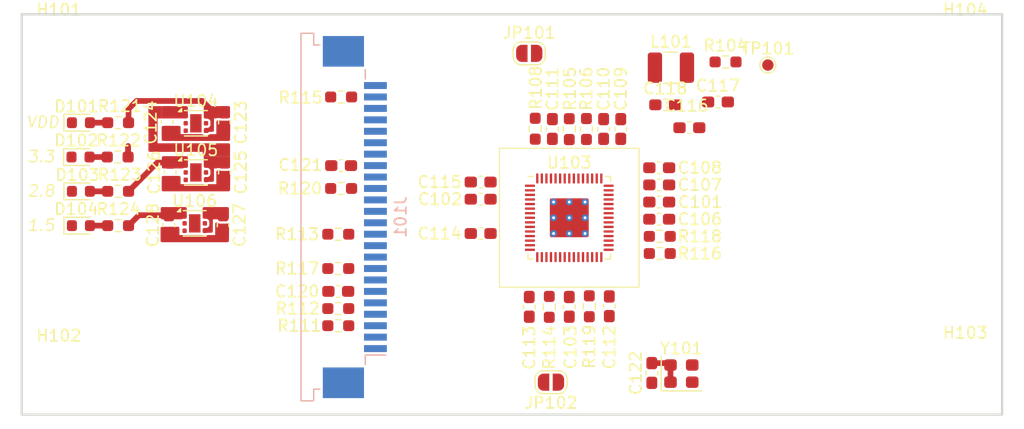
<source format=kicad_pcb>
(kicad_pcb (version 20241229) (generator "pcbnew") (generator_version "9.0")
  (layers (0 "F.Cu" signal) (4 "In1.Cu" signal) (6 "In2.Cu" signal) (2 "B.Cu" signal) (13 "F.Paste" user) (15 "B.Paste" user) (5 "F.SilkS" user "F.Silkscreen") (7 "B.SilkS" user "B.Silkscreen") (1 "F.Mask" user) (3 "B.Mask" user) (25 "Edge.Cuts" user))
  (net 0 "")
  (net 1 "+3.3V")
  (net 2 "+5V")
  (net 3 "+1V1")
  (net 4 "AGND")
  (net 5 "PCLK_1")
  (net 6 "~{RESET_1}")
  (net 7 "+1V5")
  (net 8 "+2V8")
  (net 9 "SWCLK_1")
  (net 10 "SWD_1")
  (net 11 "/VREG_AVDD_1")
  (net 12 "/RUN_1")
  (net 13 "DATA1_1")
  (net 14 "SCL_cam_1")
  (net 15 "/~{USB_BOOT_1}")
  (net 16 "/VREG_LX_1")
  (net 17 "/QSPI_SS_1")
  (net 18 "/USB_D1+")
  (net 19 "/USB_D1-")
  (net 20 "/XCLK")
  (net 21 "PWDN_1")
  (net 22 "/XIN_mem1")
  (net 23 "SDA_cam_1")
  (net 24 "/GPIO0_1")
  (net 25 "DGND")
  (net 26 "POSITION_OUT_1")
  (net 27 "IMAGE_OUT_1_1")
  (net 28 "IMAGE_OUT_2_1")
  (net 29 "/QSPI_SD1_1")
  (net 30 "/QSPI_SD0_1")
  (net 31 "/QSPI_SD3_1")
  (net 32 "/QSPI_SCLK_1")
  (net 33 "/QSPI_SD2_1")
  (net 34 "SDO_imu_1")
  (net 35 "SDA_imu_1")
  (net 36 "SCL_imu_1")
  (net 38 "DATA0_1")
  (net 39 "INT_XCLK")
  (net 40 "Net-(D101-A)")
  (net 41 "Net-(D102-A)")
  (net 42 "Net-(D103-A)")
  (net 43 "Net-(D104-A)")
  (net 44 "EXT_XCLK_1")
  (net 45 "Net-(U103-USB_DP)")
  (net 46 "Net-(U103-USB_DM)")
  (net 47 "Net-(U103-XIN)")
  (net 48 "CS_1")
  (net 51 "INT2_1")
  (net 54 "INT1_1")
  (net 62 "Net-(JP102-B)")
  (net 63 "DATA9_1")
  (net 64 "DATA3_1")
  (net 65 "DATA2_1")
  (net 66 "DATA5_1")
  (net 67 "HSYNC_1")
  (net 68 "DATA8_1")
  (net 69 "DATA6_1")
  (net 70 "DATA4_1")
  (net 71 "VSYNC_1")
  (net 72 "DATA7_1")
  (footprint "Capacitor_SMD:C_0603_1608Metric_Pad1.08x0.95mm_HandSolder" (layer "F.Cu") (at 63.4 38.1 -90)
    (property "Reference" "C113" (at 3.5725 0 90) (layer "F.SilkS"))
    (property "Value" "100n")
    (pad "1" smd roundrect (at -0.8625 0 270) (size 1.075 0.95) (layers "F.Cu" "F.Mask" "F.Paste") (net 1 "+3.3V"))
    (pad "2" smd roundrect (at 0.8625 0 270) (size 1.075 0.95) (layers "F.Cu" "F.Mask" "F.Paste") (net 4 "AGND"))
  )
  (footprint "Capacitor_SMD:C_0603_1608Metric_Pad1.08x0.95mm_HandSolder" (layer "F.Cu") (at 66.9 38.1 -90)
    (property "Reference" "C103" (at 3.5375 -0.1 90) (layer "F.SilkS"))
    (property "Value" "100n")
    (pad "1" smd roundrect (at -0.8625 0 270) (size 1.075 0.95) (layers "F.Cu" "F.Mask" "F.Paste") (net 3 "+1V1"))
    (pad "2" smd roundrect (at 0.8625 0 270) (size 1.075 0.95) (layers "F.Cu" "F.Mask" "F.Paste") (net 4 "AGND"))
  )
  (footprint "Resistor_SMD:R_0603_1608Metric_Pad0.98x0.95mm_HandSolder" (layer "F.Cu") (at 65.15 38.1 -90)
    (property "Reference" "R114" (at 3.55 0 90) (layer "F.SilkS"))
    (property "Value" "DNF")
    (pad "1" smd roundrect (at -0.9125 0 270) (size 0.975 0.95) (layers "F.Cu" "F.Mask" "F.Paste") (net 47 "Net-(U103-XIN)"))
    (pad "2" smd roundrect (at 0.9125 0 270) (size 0.975 0.95) (layers "F.Cu" "F.Mask" "F.Paste") (net 22 "/XIN_mem1"))
  )
  (footprint "Resistor_SMD:R_0603_1608Metric_Pad0.98x0.95mm_HandSolder" (layer "F.Cu") (at 46.95 19.75 180)
    (property "Reference" "R115" (at 3.55 -0.05 0) (layer "F.SilkS"))
    (property "Value" "0R")
    (pad "1" smd roundrect (at -0.9125 0 180) (size 0.975 0.95) (layers "F.Cu" "F.Mask" "F.Paste") (net 13 "DATA1_1"))
    (pad "2" smd roundrect (at 0.9125 0 180) (size 0.975 0.95) (layers "F.Cu" "F.Mask" "F.Paste") (net 1 "+3.3V"))
  )
  (footprint "Resistor_SMD:R_0603_1608Metric_Pad0.98x0.95mm_HandSolder" (layer "F.Cu") (at 46.7 34.75 180)
    (property "Reference" "R117" (at 3.5875 0 0) (layer "F.SilkS"))
    (property "Value" "10k")
    (pad "1" smd roundrect (at -0.9125 0 180) (size 0.975 0.95) (layers "F.Cu" "F.Mask" "F.Paste") (net 21 "PWDN_1"))
    (pad "2" smd roundrect (at 0.9125 0 180) (size 0.975 0.95) (layers "F.Cu" "F.Mask" "F.Paste") (net 4 "AGND"))
  )
  (footprint "Package_SON:WSON-6-1EP_2x2mm_P0.65mm_EP1x1.6mm" (layer "F.Cu") (at 34.15 30.8)
    (property "Reference" "U106" (at 0 -1.95 0) (layer "F.SilkS"))
    (property "Value" "TLV73315PDRV")
    (pad "1" smd roundrect (at -0.8875 -0.65) (size 0.375 0.4) (layers "F.Cu" "F.Mask" "F.Paste") (net 7 "+1V5"))
    (pad "2" smd roundrect (at -0.8875 0) (size 0.375 0.4) (layers "F.Cu" "F.Mask" "F.Paste"))
    (pad "3" smd roundrect (at -0.8875 0.65) (size 0.375 0.4) (layers "F.Cu" "F.Mask" "F.Paste") (net 4 "AGND"))
    (pad "4" smd roundrect (at 0.8875 0.65) (size 0.375 0.4) (layers "F.Cu" "F.Mask" "F.Paste") (net 1 "+3.3V"))
    (pad "5" smd roundrect (at 0.8875 0) (size 0.375 0.4) (layers "F.Cu" "F.Mask" "F.Paste"))
    (pad "6" smd roundrect (at 0.8875 -0.65) (size 0.375 0.4) (layers "F.Cu" "F.Mask" "F.Paste") (net 1 "+3.3V"))
    (pad "7" smd rect (at 0 0) (size 1 1.6) (property pad_prop_heatsink) (layers "F.Cu" "F.Mask") (net 4 "AGND"))
  )
  (footprint "Jumper:SolderJumper-2_P1.3mm_Open_RoundedPad1.0x1.5mm" (layer "F.Cu") (at 65.3 44.6875 180)
    (property "Reference" "JP102" (at 0 -1.8 0) (layer "F.SilkS"))
    (property "Value" "SolderJumper_2_Open")
    (pad "1" smd custom (at -0.65 0 180) (size 1 0.5) (layers "F.Cu" "F.Mask") (net 4 "AGND") (options (clearance outline) (anchor rect)) (primitives (gr_circle (center 0 0.25) (end 0.5 0.25) (width 0) (fill yes)) (gr_circle (center 0 -0.25) (end 0.5 -0.25) (width 0) (fill yes)) (gr_poly (pts (xy 0.5 0.75) (xy 0 0.75) (xy 0 -0.75) (xy 0.5 -0.75)) (width 0) (fill yes))))
    (pad "2" smd custom (at 0.65 0 180) (size 1 0.5) (layers "F.Cu" "F.Mask") (net 62 "Net-(JP102-B)") (options (clearance outline) (anchor rect)) (primitives (gr_circle (center 0 0.25) (end 0.5 0.25) (width 0) (fill yes)) (gr_circle (center 0 -0.25) (end 0.5 -0.25) (width 0) (fill yes)) (gr_poly (pts (xy 0 0.75) (xy -0.5 0.75) (xy -0.5 -0.75) (xy 0 -0.75)) (width 0) (fill yes))))
  )
  (footprint "MountingHole:MountingHole_2.7mm_M2.5" (layer "F.Cu") (at 22.272265 44.269144)
    (property "Reference" "H102" (at 0 -3.65 0) (layer "F.SilkS"))
    (property "Value" "MountingHole")
    (pad "" np_thru_hole circle (at 0 0) (size 2.7 2.7) (drill 2.7) (layers "*.Cu" "*.Mask"))
  )
  (footprint "Capacitor_SMD:C_0603_1608Metric_Pad1.08x0.95mm_HandSolder" (layer "F.Cu") (at 36.75 21.95 -90)
    (property "Reference" "C123" (at 0.025 -1.43 90) (layer "F.SilkS"))
    (property "Value" "1u")
    (pad "1" smd roundrect (at -0.8625 0 270) (size 1.075 0.95) (layers "F.Cu" "F.Mask" "F.Paste") (net 2 "+5V"))
    (pad "2" smd roundrect (at 0.8625 0 270) (size 1.075 0.95) (layers "F.Cu" "F.Mask" "F.Paste") (net 4 "AGND"))
  )
  (footprint "Resistor_SMD:R_0603_1608Metric_Pad0.98x0.95mm_HandSolder" (layer "F.Cu") (at 63.9225 22.525 90)
    (property "Reference" "R108" (at 3.5875 0.05 90) (layer "F.SilkS"))
    (property "Value" "1k")
    (pad "1" smd roundrect (at -0.9125 0 90) (size 0.975 0.95) (layers "F.Cu" "F.Mask" "F.Paste") (net 17 "/QSPI_SS_1"))
    (pad "2" smd roundrect (at 0.9125 0 90) (size 0.975 0.95) (layers "F.Cu" "F.Mask" "F.Paste") (net 15 "/~{USB_BOOT_1}"))
  )
  (footprint "Resistor_SMD:R_0603_1608Metric_Pad0.98x0.95mm_HandSolder" (layer "F.Cu") (at 74.8125 33.4375 180)
    (property "Reference" "R116" (at -3.5 0 0) (layer "F.SilkS"))
    (property "Value" "0R")
    (pad "1" smd roundrect (at -0.9125 0 180) (size 0.975 0.95) (layers "F.Cu" "F.Mask" "F.Paste") (net 20 "/XCLK"))
    (pad "2" smd roundrect (at 0.9125 0 180) (size 0.975 0.95) (layers "F.Cu" "F.Mask" "F.Paste") (net 44 "EXT_XCLK_1"))
  )
  (footprint "Resistor_SMD:R_0603_1608Metric_Pad0.98x0.95mm_HandSolder" (layer "F.Cu") (at 68.4 22.55 -90)
    (property "Reference" "R106" (at -3.525 0.0125 90) (layer "F.SilkS"))
    (property "Value" "27")
    (pad "1" smd roundrect (at -0.9125 0 270) (size 0.975 0.95) (layers "F.Cu" "F.Mask" "F.Paste") (net 19 "/USB_D1-"))
    (pad "2" smd roundrect (at 0.9125 0 270) (size 0.975 0.95) (layers "F.Cu" "F.Mask" "F.Paste") (net 46 "Net-(U103-USB_DM)"))
  )
  (footprint "Capacitor_SMD:C_0603_1608Metric_Pad1.08x0.95mm_HandSolder" (layer "F.Cu") (at 71.4 22.55 90)
    (property "Reference" "C109" (at 3.5125 0 90) (layer "F.SilkS"))
    (property "Value" "100n")
    (pad "1" smd roundrect (at -0.8625 0 90) (size 1.075 0.95) (layers "F.Cu" "F.Mask" "F.Paste") (net 1 "+3.3V"))
    (pad "2" smd roundrect (at 0.8625 0 90) (size 1.075 0.95) (layers "F.Cu" "F.Mask" "F.Paste") (net 4 "AGND"))
  )
  (footprint "Capacitor_SMD:C_0603_1608Metric_Pad1.08x0.95mm_HandSolder" (layer "F.Cu") (at 59.15 28.6875 180)
    (property "Reference" "C102" (at 3.55 0 0) (layer "F.SilkS"))
    (property "Value" "4.7u")
    (pad "1" smd roundrect (at -0.8625 0 180) (size 1.075 0.95) (layers "F.Cu" "F.Mask" "F.Paste") (net 3 "+1V1"))
    (pad "2" smd roundrect (at 0.8625 0 180) (size 1.075 0.95) (layers "F.Cu" "F.Mask" "F.Paste") (net 4 "AGND"))
  )
  (footprint "Resistor_SMD:R_0603_1608Metric_Pad0.98x0.95mm_HandSolder" (layer "F.Cu") (at 74.8125 31.9375 180)
    (property "Reference" "R118" (at -3.5 0 0) (layer "F.SilkS"))
    (property "Value" "0R")
    (pad "1" smd roundrect (at -0.9125 0 180) (size 0.975 0.95) (layers "F.Cu" "F.Mask" "F.Paste") (net 20 "/XCLK"))
    (pad "2" smd roundrect (at 0.9125 0 180) (size 0.975 0.95) (layers "F.Cu" "F.Mask" "F.Paste") (net 39 "INT_XCLK"))
  )
  (footprint "Capacitor_SMD:C_0603_1608Metric_Pad1.08x0.95mm_HandSolder" (layer "F.Cu") (at 31.8875 30.95 -90)
    (property "Reference" "C128" (at 0 1.4 90) (layer "F.SilkS"))
    (property "Value" "1u")
    (pad "1" smd roundrect (at -0.8625 0 270) (size 1.075 0.95) (layers "F.Cu" "F.Mask" "F.Paste") (net 7 "+1V5"))
    (pad "2" smd roundrect (at 0.8625 0 270) (size 1.075 0.95) (layers "F.Cu" "F.Mask" "F.Paste") (net 4 "AGND"))
  )
  (footprint "Resistor_SMD:R_0603_1608Metric_Pad0.98x0.95mm_HandSolder" (layer "F.Cu") (at 27.45 31 180)
    (property "Reference" "R124" (at -0.05 1.45 0) (layer "F.SilkS"))
    (property "Value" "10k")
    (pad "1" smd roundrect (at -0.9125 0 180) (size 0.975 0.95) (layers "F.Cu" "F.Mask" "F.Paste") (net 7 "+1V5"))
    (pad "2" smd roundrect (at 0.9125 0 180) (size 0.975 0.95) (layers "F.Cu" "F.Mask" "F.Paste") (net 43 "Net-(D104-A)"))
  )
  (footprint "Capacitor_SMD:C_0603_1608Metric_Pad1.08x0.95mm_HandSolder" (layer "F.Cu") (at 65.4225 22.55 90)
    (property "Reference" "C111" (at 3.5125 0 90) (layer "F.SilkS"))
    (property "Value" "100n")
    (pad "1" smd roundrect (at -0.8625 0 90) (size 1.075 0.95) (layers "F.Cu" "F.Mask" "F.Paste") (net 1 "+3.3V"))
    (pad "2" smd roundrect (at 0.8625 0 90) (size 1.075 0.95) (layers "F.Cu" "F.Mask" "F.Paste") (net 4 "AGND"))
  )
  (footprint "Capacitor_SMD:C_0603_1608Metric_Pad1.08x0.95mm_HandSolder" (layer "F.Cu") (at 36.6375 30.95 -90)
    (property "Reference" "C127" (at 0 -1.43 90) (layer "F.SilkS"))
    (property "Value" "1u")
    (pad "1" smd roundrect (at -0.8625 0 270) (size 1.075 0.95) (layers "F.Cu" "F.Mask" "F.Paste") (net 1 "+3.3V"))
    (pad "2" smd roundrect (at 0.8625 0 270) (size 1.075 0.95) (layers "F.Cu" "F.Mask" "F.Paste") (net 4 "AGND"))
  )
  (footprint "Capacitor_SMD:C_0603_1608Metric_Pad1.08x0.95mm_HandSolder" (layer "F.Cu") (at 77.4 22.4375)
    (property "Reference" "C116" (at -0.25 -1.93 0) (layer "F.SilkS"))
    (property "Value" "4.7u")
    (pad "1" smd roundrect (at -0.8625 0) (size 1.075 0.95) (layers "F.Cu" "F.Mask" "F.Paste") (net 11 "/VREG_AVDD_1"))
    (pad "2" smd roundrect (at 0.8625 0) (size 1.075 0.95) (layers "F.Cu" "F.Mask" "F.Paste") (net 4 "AGND"))
  )
  (footprint "Resistor_SMD:R_0603_1608Metric_Pad0.98x0.95mm_HandSolder" (layer "F.Cu") (at 27.45 28 180)
    (property "Reference" "R123" (at -0.15 1.45 0) (layer "F.SilkS"))
    (property "Value" "10k")
    (pad "1" smd roundrect (at -0.9125 0 180) (size 0.975 0.95) (layers "F.Cu" "F.Mask" "F.Paste") (net 8 "+2V8"))
    (pad "2" smd roundrect (at 0.9125 0 180) (size 0.975 0.95) (layers "F.Cu" "F.Mask" "F.Paste") (net 42 "Net-(D103-A)"))
  )
  (footprint "Capacitor_SMD:C_0603_1608Metric_Pad1.08x0.95mm_HandSolder" (layer "F.Cu") (at 79.9 20.1875)
    (property "Reference" "C117" (at 0 -1.43 0) (layer "F.SilkS"))
    (property "Value" "4.7u")
    (pad "1" smd roundrect (at -0.8625 0) (size 1.075 0.95) (layers "F.Cu" "F.Mask" "F.Paste") (net 1 "+3.3V"))
    (pad "2" smd roundrect (at 0.8625 0) (size 1.075 0.95) (layers "F.Cu" "F.Mask" "F.Paste") (net 4 "AGND"))
  )
  (footprint "Capacitor_SMD:C_0603_1608Metric_Pad1.08x0.95mm_HandSolder" (layer "F.Cu") (at 31.75 21.95 -90)
    (property "Reference" "C124" (at 0.025 1.45 90) (layer "F.SilkS"))
    (property "Value" "1u")
    (pad "1" smd roundrect (at -0.8625 0 270) (size 1.075 0.95) (layers "F.Cu" "F.Mask" "F.Paste") (net 1 "+3.3V"))
    (pad "2" smd roundrect (at 0.8625 0 270) (size 1.075 0.95) (layers "F.Cu" "F.Mask" "F.Paste") (net 4 "AGND"))
  )
  (footprint "Package_SON:WSON-6-1EP_2x2mm_P0.65mm_EP1x1.6mm" (layer "F.Cu") (at 34.25 22.05)
    (property "Reference" "U104" (at 0 -1.95 0) (layer "F.SilkS"))
    (property "Value" "TLV75533PDRV")
    (pad "1" smd roundrect (at -0.8875 -0.65) (size 0.375 0.4) (layers "F.Cu" "F.Mask" "F.Paste") (net 1 "+3.3V"))
    (pad "2" smd roundrect (at -0.8875 0) (size 0.375 0.4) (layers "F.Cu" "F.Mask" "F.Paste"))
    (pad "3" smd roundrect (at -0.8875 0.65) (size 0.375 0.4) (layers "F.Cu" "F.Mask" "F.Paste") (net 4 "AGND"))
    (pad "4" smd roundrect (at 0.8875 0.65) (size 0.375 0.4) (layers "F.Cu" "F.Mask" "F.Paste") (net 2 "+5V"))
    (pad "5" smd roundrect (at 0.8875 0) (size 0.375 0.4) (layers "F.Cu" "F.Mask" "F.Paste"))
    (pad "6" smd roundrect (at 0.8875 -0.65) (size 0.375 0.4) (layers "F.Cu" "F.Mask" "F.Paste") (net 2 "+5V"))
    (pad "7" smd rect (at 0 0) (size 1 1.6) (property pad_prop_heatsink) (layers "F.Cu" "F.Mask") (net 4 "AGND"))
  )
  (footprint "Capacitor_SMD:C_0603_1608Metric_Pad1.08x0.95mm_HandSolder" (layer "F.Cu") (at 46.95 25.75 180)
    (property "Reference" "C121" (at 3.55 0.05 0) (layer "F.SilkS"))
    (property "Value" "22pF")
    (pad "1" smd roundrect (at -0.8625 0 180) (size 1.075 0.95) (layers "F.Cu" "F.Mask" "F.Paste") (net 5 "PCLK_1"))
    (pad "2" smd roundrect (at 0.8625 0 180) (size 1.075 0.95) (layers "F.Cu" "F.Mask" "F.Paste") (net 4 "AGND"))
  )
  (footprint "Capacitor_SMD:C_0603_1608Metric_Pad1.08x0.95mm_HandSolder" (layer "F.Cu") (at 74.115 43.8825 -90)
    (property "Reference" "C122" (at 0 1.4 90) (layer "F.SilkS"))
    (property "Value" "100n")
    (pad "1" smd roundrect (at -0.8625 0 270) (size 1.075 0.95) (layers "F.Cu" "F.Mask" "F.Paste") (net 1 "+3.3V"))
    (pad "2" smd roundrect (at 0.8625 0 270) (size 1.075 0.95) (layers "F.Cu" "F.Mask" "F.Paste") (net 4 "AGND"))
  )
  (footprint "projLib:RP2350-QFN-60-1EP_7x7_P0.4mm_EP3.4x3.4mm_ThermalVias" (layer "F.Cu") (at 66.9 30.3125)
    (property "Reference" "U103" (at 0 -4.82 0) (layer "F.SilkS"))
    (property "Value" "RP2350_60QFN")
    (pad "1" smd roundrect (at -3.4375 -2.8) (size 0.875 0.2) (layers "F.Cu" "F.Mask" "F.Paste") (chamfer_ratio 0.25) (chamfer top_right) (net 1 "+3.3V"))
    (pad "2" smd roundrect (at -3.4375 -2.4) (size 0.875 0.2) (layers "F.Cu" "F.Mask" "F.Paste") (net 24 "/GPIO0_1"))
    (pad "3" smd roundrect (at -3.4375 -2) (size 0.875 0.2) (layers "F.Cu" "F.Mask" "F.Paste") (net 48 "CS_1"))
    (pad "4" smd roundrect (at -3.4375 -1.6) (size 0.875 0.2) (layers "F.Cu" "F.Mask" "F.Paste") (net 34 "SDO_imu_1"))
    (pad "5" smd roundrect (at -3.4375 -1.2) (size 0.875 0.2) (layers "F.Cu" "F.Mask" "F.Paste") (net 35 "SDA_imu_1"))
    (pad "6" smd roundrect (at -3.4375 -0.8) (size 0.875 0.2) (layers "F.Cu" "F.Mask" "F.Paste") (net 3 "+1V1"))
    (pad "7" smd roundrect (at -3.4375 -0.4) (size 0.875 0.2) (layers "F.Cu" "F.Mask" "F.Paste") (net 36 "SCL_imu_1"))
    (pad "8" smd roundrect (at -3.4375 0) (size 0.875 0.2) (layers "F.Cu" "F.Mask" "F.Paste") (net 54 "INT1_1"))
    (pad "9" smd roundrect (at -3.4375 0.4) (size 0.875 0.2) (layers "F.Cu" "F.Mask" "F.Paste") (net 51 "INT2_1"))
    (pad "10" smd roundrect (at -3.4375 0.8) (size 0.875 0.2) (layers "F.Cu" "F.Mask" "F.Paste") (net 71 "VSYNC_1"))
    (pad "11" smd roundrect (at -3.4375 1.2) (size 0.875 0.2) (layers "F.Cu" "F.Mask" "F.Paste") (net 1 "+3.3V"))
    (pad "12" smd roundrect (at -3.4375 1.6) (size 0.875 0.2) (layers "F.Cu" "F.Mask" "F.Paste") (net 23 "SDA_cam_1"))
    (pad "13" smd roundrect (at -3.4375 2) (size 0.875 0.2) (layers "F.Cu" "F.Mask" "F.Paste") (net 14 "SCL_cam_1"))
    (pad "14" smd roundrect (at -3.4375 2.4) (size 0.875 0.2) (layers "F.Cu" "F.Mask" "F.Paste") (net 6 "~{RESET_1}"))
    (pad "15" smd roundrect (at -3.4375 2.8) (size 0.875 0.2) (layers "F.Cu" "F.Mask" "F.Paste") (chamfer_ratio 0.25) (chamfer bottom_right) (net 68 "DATA8_1"))
    (pad "16" smd roundrect (at -2.8 3.4375) (size 0.2 0.875) (layers "F.Cu" "F.Mask" "F.Paste") (chamfer_ratio 0.25) (chamfer top_left) (net 72 "DATA7_1"))
    (pad "17" smd roundrect (at -2.4 3.4375) (size 0.2 0.875) (layers "F.Cu" "F.Mask" "F.Paste") (net 5 "PCLK_1"))
    (pad "18" smd roundrect (at -2 3.4375) (size 0.2 0.875) (layers "F.Cu" "F.Mask" "F.Paste") (net 69 "DATA6_1"))
    (pad "19" smd roundrect (at -1.6 3.4375) (size 0.2 0.875) (layers "F.Cu" "F.Mask" "F.Paste") (net 65 "DATA2_1"))
    (pad "20" smd roundrect (at -1.2 3.4375) (size 0.2 0.875) (layers "F.Cu" "F.Mask" "F.Paste") (net 1 "+3.3V"))
    (pad "21" smd roundrect (at -0.8 3.4375) (size 0.2 0.875) (layers "F.Cu" "F.Mask" "F.Paste") (net 47 "Net-(U103-XIN)"))
    (pad "22" smd roundrect (at -0.4 3.4375) (size 0.2 0.875) (layers "F.Cu" "F.Mask" "F.Paste"))
    (pad "23" smd roundrect (at 0 3.4375) (size 0.2 0.875) (layers "F.Cu" "F.Mask" "F.Paste") (net 3 "+1V1"))
    (pad "24" smd roundrect (at 0.4 3.4375) (size 0.2 0.875) (layers "F.Cu" "F.Mask" "F.Paste") (net 9 "SWCLK_1"))
    (pad "25" smd roundrect (at 0.8 3.4375) (size 0.2 0.875) (layers "F.Cu" "F.Mask" "F.Paste") (net 10 "SWD_1"))
    (pad "26" smd roundrect (at 1.2 3.4375) (size 0.2 0.875) (layers "F.Cu" "F.Mask" "F.Paste") (net 12 "/RUN_1"))
    (pad "27" smd roundrect (at 1.6 3.4375) (size 0.2 0.875) (layers "F.Cu" "F.Mask" "F.Paste") (net 66 "DATA5_1"))
    (pad "28" smd roundrect (at 2 3.4375) (size 0.2 0.875) (layers "F.Cu" "F.Mask" "F.Paste") (net 64 "DATA3_1"))
    (pad "29" smd roundrect (at 2.4 3.4375) (size 0.2 0.875) (layers "F.Cu" "F.Mask" "F.Paste") (net 70 "DATA4_1"))
    (pad "30" smd roundrect (at 2.8 3.4375) (size 0.2 0.875) (layers "F.Cu" "F.Mask" "F.Paste") (chamfer_ratio 0.25) (chamfer top_right) (net 1 "+3.3V"))
    (pad "31" smd roundrect (at 3.4375 2.8) (size 0.875 0.2) (layers "F.Cu" "F.Mask" "F.Paste") (chamfer_ratio 0.25) (chamfer bottom_left) (net 63 "DATA9_1"))
    (pad "32" smd roundrect (at 3.4375 2.4) (size 0.875 0.2) (layers "F.Cu" "F.Mask" "F.Paste") (net 44 "EXT_XCLK_1"))
    (pad "33" smd roundrect (at 3.4375 2) (size 0.875 0.2) (layers "F.Cu" "F.Mask" "F.Paste") (net 67 "HSYNC_1"))
    (pad "34" smd roundrect (at 3.4375 1.6) (size 0.875 0.2) (layers "F.Cu" "F.Mask" "F.Paste") (net 39 "INT_XCLK"))
    (pad "35" smd roundrect (at 3.4375 1.2) (size 0.875 0.2) (layers "F.Cu" "F.Mask" "F.Paste") (net 27 "IMAGE_OUT_1_1"))
    (pad "36" smd roundrect (at 3.4375 0.8) (size 0.875 0.2) (layers "F.Cu" "F.Mask" "F.Paste") (net 28 "IMAGE_OUT_2_1"))
    (pad "37" smd roundrect (at 3.4375 0.4) (size 0.875 0.2) (layers "F.Cu" "F.Mask" "F.Paste") (net 26 "POSITION_OUT_1"))
    (pad "38" smd roundrect (at 3.4375 0) (size 0.875 0.2) (layers "F.Cu" "F.Mask" "F.Paste") (net 1 "+3.3V"))
    (pad "39" smd roundrect (at 3.4375 -0.4) (size 0.875 0.2) (layers "F.Cu" "F.Mask" "F.Paste") (net 3 "+1V1"))
    (pad "40" smd roundrect (at 3.4375 -0.8) (size 0.875 0.2) (layers "F.Cu" "F.Mask" "F.Paste"))
    (pad "41" smd roundrect (at 3.4375 -1.2) (size 0.875 0.2) (layers "F.Cu" "F.Mask" "F.Paste"))
    (pad "42" smd roundrect (at 3.4375 -1.6) (size 0.875 0.2) (layers "F.Cu" "F.Mask" "F.Paste"))
    (pad "43" smd roundrect (at 3.4375 -2) (size 0.875 0.2) (layers "F.Cu" "F.Mask" "F.Paste"))
    (pad "44" smd roundrect (at 3.4375 -2.4) (size 0.875 0.2) (layers "F.Cu" "F.Mask" "F.Paste") (net 1 "+3.3V"))
    (pad "45" smd roundrect (at 3.4375 -2.8) (size 0.875 0.2) (layers "F.Cu" "F.Mask" "F.Paste") (chamfer_ratio 0.25) (chamfer top_left) (net 1 "+3.3V"))
    (pad "46" smd roundrect (at 2.8 -3.4375) (size 0.2 0.875) (layers "F.Cu" "F.Mask" "F.Paste") (chamfer_ratio 0.25) (chamfer bottom_right) (net 11 "/VREG_AVDD_1"))
    (pad "47" smd roundrect (at 2.4 -3.4375) (size 0.2 0.875) (layers "F.Cu" "F.Mask" "F.Paste") (net 4 "AGND"))
    (pad "48" smd roundrect (at 2 -3.4375) (size 0.2 0.875) (layers "F.Cu" "F.Mask" "F.Paste") (net 16 "/VREG_LX_1"))
    (pad "49" smd roundrect (at 1.6 -3.4375) (size 0.2 0.875) (layers "F.Cu" "F.Mask" "F.Paste") (net 1 "+3.3V"))
    (pad "50" smd roundrect (at 1.2 -3.4375) (size 0.2 0.875) (layers "F.Cu" "F.Mask" "F.Paste") (net 3 "+1V1"))
    (pad "51" smd roundrect (at 0.8 -3.4375) (size 0.2 0.875) (layers "F.Cu" "F.Mask" "F.Paste") (net 46 "Net-(U103-USB_DM)"))
    (pad "52" smd roundrect (at 0.4 -3.4375) (size 0.2 0.875) (layers "F.Cu" "F.Mask" "F.Paste") (net 45 "Net-(U103-USB_DP)"))
    (pad "53" smd roundrect (at 0 -3.4375) (size 0.2 0.875) (layers "F.Cu" "F.Mask" "F.Paste") (net 1 "+3.3V"))
    (pad "54" smd roundrect (at -0.4 -3.4375) (size 0.2 0.875) (layers "F.Cu" "F.Mask" "F.Paste") (net 1 "+3.3V"))
    (pad "55" smd roundrect (at -0.8 -3.4375) (size 0.2 0.875) (layers "F.Cu" "F.Mask" "F.Paste") (net 31 "/QSPI_SD3_1"))
    (pad "56" smd roundrect (at -1.2 -3.4375) (size 0.2 0.875) (layers "F.Cu" "F.Mask" "F.Paste") (net 32 "/QSPI_SCLK_1"))
    (pad "57" smd roundrect (at -1.6 -3.4375) (size 0.2 0.875) (layers "F.Cu" "F.Mask" "F.Paste") (net 30 "/QSPI_SD0_1"))
    (pad "58" smd roundrect (at -2 -3.4375) (size 0.2 0.875) (layers "F.Cu" "F.Mask" "F.Paste") (net 33 "/QSPI_SD2_1"))
    (pad "59" smd roundrect (at -2.4 -3.4375) (size 0.2 0.875) (layers "F.Cu" "F.Mask" "F.Paste") (net 29 "/QSPI_SD1_1"))
    (pad "60" smd roundrect (at -2.8 -3.4375) (size 0.2 0.875) (layers "F.Cu" "F.Mask" "F.Paste") (chamfer_ratio 0.25) (chamfer bottom_left) (net 17 "/QSPI_SS_1"))
    (pad "61" thru_hole circle (at -1.375 -1.375) (size 0.6 0.6) (drill 0.25) (layers "*.Cu") (net 4 "AGND"))
    (pad "61" thru_hole circle (at -1.375 0) (size 0.6 0.6) (drill 0.25) (layers "*.Cu") (net 4 "AGND"))
    (pad "61" thru_hole circle (at -1.375 1.375) (size 0.6 0.6) (drill 0.25) (layers "*.Cu") (net 4 "AGND"))
    (pad "61" thru_hole circle (at 0 -1.375) (size 0.6 0.6) (drill 0.25) (layers "*.Cu") (net 4 "AGND"))
    (pad "61" thru_hole circle (at 0 0) (size 0.6 0.6) (drill 0.25) (layers "*.Cu") (net 4 "AGND"))
    (pad "61" smd roundrect (at 0 0 90) (size 3.4 3.4) (layers "F.Cu" "F.Mask") (roundrect_rratio 0.045) (net 4 "AGND"))
    (pad "61" thru_hole circle (at 0 1.375) (size 0.6 0.6) (drill 0.25) (layers "*.Cu") (net 4 "AGND"))
    (pad "61" thru_hole circle (at 1.375 -1.375) (size 0.6 0.6) (drill 0.25) (layers "*.Cu") (net 4 "AGND"))
    (pad "61" thru_hole circle (at 1.375 0) (size 0.6 0.6) (drill 0.25) (layers "*.Cu") (net 4 "AGND"))
    (pad "61" thru_hole circle (at 1.375 1.375) (size 0.6 0.6) (drill 0.25) (layers "*.Cu") (net 4 "AGND"))
  )
  (footprint "Diode_SMD:D_0603_1608Metric" (layer "F.Cu") (at 24.2 31)
    (property "Reference" "D104" (at -0.4 -1.45 0) (layer "F.SilkS"))
    (property "Value" "LED")
    (pad "1" smd roundrect (at -0.7875 0) (size 0.875 0.95) (layers "F.Cu" "F.Mask" "F.Paste") (net 4 "AGND"))
    (pad "2" smd roundrect (at 0.7875 0) (size 0.875 0.95) (layers "F.Cu" "F.Mask" "F.Paste") (net 43 "Net-(D104-A)"))
  )
  (footprint "Diode_SMD:D_0603_1608Metric" (layer "F.Cu") (at 24.1625 25)
    (property "Reference" "D102" (at -0.3625 -1.45 0) (layer "F.SilkS"))
    (property "Value" "LED")
    (pad "1" smd roundrect (at -0.7875 0) (size 0.875 0.95) (layers "F.Cu" "F.Mask" "F.Paste") (net 4 "AGND"))
    (pad "2" smd roundrect (at 0.7875 0) (size 0.875 0.95) (layers "F.Cu" "F.Mask" "F.Paste") (net 41 "Net-(D102-A)"))
  )
  (footprint "Resistor_SMD:R_0603_1608Metric_Pad0.98x0.95mm_HandSolder" (layer "F.Cu") (at 46.7 31.75)
    (property "Reference" "R113" (at -3.6 0 0) (layer "F.SilkS"))
    (property "Value" "10k")
    (pad "1" smd roundrect (at -0.9125 0) (size 0.975 0.95) (layers "F.Cu" "F.Mask" "F.Paste") (net 1 "+3.3V"))
    (pad "2" smd roundrect (at 0.9125 0) (size 0.975 0.95) (layers "F.Cu" "F.Mask" "F.Paste") (net 6 "~{RESET_1}"))
  )
  (footprint "Package_SON:WSON-6-1EP_2x2mm_P0.65mm_EP1x1.6mm" (layer "F.Cu") (at 34.25 26.35)
    (property "Reference" "U105" (at 0 -1.95 0) (layer "F.SilkS"))
    (property "Value" "TLV73328PDRV")
    (pad "1" smd roundrect (at -0.8875 -0.65) (size 0.375 0.4) (layers "F.Cu" "F.Mask" "F.Paste") (net 8 "+2V8"))
    (pad "2" smd roundrect (at -0.8875 0) (size 0.375 0.4) (layers "F.Cu" "F.Mask" "F.Paste"))
    (pad "3" smd roundrect (at -0.8875 0.65) (size 0.375 0.4) (layers "F.Cu" "F.Mask" "F.Paste") (net 4 "AGND"))
    (pad "4" smd roundrect (at 0.8875 0.65) (size 0.375 0.4) (layers "F.Cu" "F.Mask" "F.Paste") (net 1 "+3.3V"))
    (pad "5" smd roundrect (at 0.8875 0) (size 0.375 0.4) (layers "F.Cu" "F.Mask" "F.Paste"))
    (pad "6" smd roundrect (at 0.8875 -0.65) (size 0.375 0.4) (layers "F.Cu" "F.Mask" "F.Paste") (net 1 "+3.3V"))
    (pad "7" smd rect (at 0 0) (size 1 1.6) (property pad_prop_heatsink) (layers "F.Cu" "F.Mask") (net 4 "AGND"))
  )
  (footprint "Capacitor_SMD:C_0603_1608Metric_Pad1.08x0.95mm_HandSolder" (layer "F.Cu") (at 74.7625 27.4375)
    (property "Reference" "C107" (at 3.55 0 0) (layer "F.SilkS"))
    (property "Value" "100n")
    (pad "1" smd roundrect (at -0.8625 0) (size 1.075 0.95) (layers "F.Cu" "F.Mask" "F.Paste") (net 1 "+3.3V"))
    (pad "2" smd roundrect (at 0.8625 0) (size 1.075 0.95) (layers "F.Cu" "F.Mask" "F.Paste") (net 4 "AGND"))
  )
  (footprint "Diode_SMD:D_0603_1608Metric" (layer "F.Cu") (at 24.2 28)
    (property "Reference" "D103" (at -0.3 -1.43 0) (layer "F.SilkS"))
    (property "Value" "LED")
    (pad "1" smd roundrect (at -0.7875 0) (size 0.875 0.95) (layers "F.Cu" "F.Mask" "F.Paste") (net 4 "AGND"))
    (pad "2" smd roundrect (at 0.7875 0) (size 0.875 0.95) (layers "F.Cu" "F.Mask" "F.Paste") (net 42 "Net-(D103-A)"))
  )
  (footprint "Resistor_SMD:R_0603_1608Metric_Pad0.98x0.95mm_HandSolder" (layer "F.Cu") (at 66.9 22.5625 -90)
    (property "Reference" "R105" (at -3.525 -0.05 90) (layer "F.SilkS"))
    (property "Value" "27")
    (pad "1" smd roundrect (at -0.9125 0 270) (size 0.975 0.95) (layers "F.Cu" "F.Mask" "F.Paste") (net 18 "/USB_D1+"))
    (pad "2" smd roundrect (at 0.9125 0 270) (size 0.975 0.95) (layers "F.Cu" "F.Mask" "F.Paste") (net 45 "Net-(U103-USB_DP)"))
  )
  (footprint "Inductor_SMD:L_1210_3225Metric" (layer "F.Cu") (at 75.7875 17.1875)
    (property "Reference" "L101" (at 0 -2.28 0) (layer "F.SilkS"))
    (property "Value" "3.3u")
    (pad "1" smd roundrect (at -1.4 0) (size 1.25 2.65) (layers "F.Cu" "F.Mask" "F.Paste") (roundrect_rratio 0.2) (net 3 "+1V1"))
    (pad "2" smd roundrect (at 1.4 0) (size 1.25 2.65) (layers "F.Cu" "F.Mask" "F.Paste") (roundrect_rratio 0.2) (net 16 "/VREG_LX_1"))
  )
  (footprint "Capacitor_SMD:C_0603_1608Metric_Pad1.08x0.95mm_HandSolder" (layer "F.Cu") (at 46.7 36.75 180)
    (property "Reference" "C120" (at 3.6 0 0) (layer "F.SilkS"))
    (property "Value" "0.1u")
    (pad "1" smd roundrect (at -0.8625 0 180) (size 1.075 0.95) (layers "F.Cu" "F.Mask" "F.Paste") (net 6 "~{RESET_1}"))
    (pad "2" smd roundrect (at 0.8625 0 180) (size 1.075 0.95) (layers "F.Cu" "F.Mask" "F.Paste") (net 4 "AGND"))
  )
  (footprint "Resistor_SMD:R_0603_1608Metric_Pad0.98x0.95mm_HandSolder" (layer "F.Cu") (at 80.5625 16.6875)
    (property "Reference" "R104" (at 0 -1.43 0) (layer "F.SilkS"))
    (property "Value" "33")
    (pad "1" smd roundrect (at -0.9125 0) (size 0.975 0.95) (layers "F.Cu" "F.Mask" "F.Paste") (net 1 "+3.3V"))
    (pad "2" smd roundrect (at 0.9125 0) (size 0.975 0.95) (layers "F.Cu" "F.Mask" "F.Paste") (net 11 "/VREG_AVDD_1"))
  )
  (footprint "Resistor_SMD:R_0603_1608Metric_Pad0.98x0.95mm_HandSolder" (layer "F.Cu") (at 46.7 38.25)
    (property "Reference" "R112" (at -3.55 0 0) (layer "F.SilkS"))
    (property "Value" "10k")
    (pad "1" smd roundrect (at -0.9125 0) (size 0.975 0.95) (layers "F.Cu" "F.Mask" "F.Paste") (net 1 "+3.3V"))
    (pad "2" smd roundrect (at 0.9125 0) (size 0.975 0.95) (layers "F.Cu" "F.Mask" "F.Paste") (net 14 "SCL_cam_1"))
  )
  (footprint "Capacitor_SMD:C_0603_1608Metric_Pad1.08x0.95mm_HandSolder" (layer "F.Cu") (at 70.4 38.05 -90)
    (property "Reference" "C112" (at 3.5875 0 90) (layer "F.SilkS"))
    (property "Value" "100n")
    (pad "1" smd roundrect (at -0.8625 0 270) (size 1.075 0.95) (layers "F.Cu" "F.Mask" "F.Paste") (net 1 "+3.3V"))
    (pad "2" smd roundrect (at 0.8625 0 270) (size 1.075 0.95) (layers "F.Cu" "F.Mask" "F.Paste") (net 4 "AGND"))
  )
  (footprint "Oscillator:Oscillator_SMD_SiT_PQFN-4Pin_2.5x2.0mm" (layer "F.Cu") (at 76.7 43.9375)
    (property "Reference" "Y101" (at 0 -2.2 0) (layer "F.SilkS"))
    (property "Value" "SiT8008xx-1x-xxE")
    (pad "1" smd roundrect (at -0.95 0.75) (size 1.1 1) (layers "F.Cu" "F.Mask" "F.Paste") (net 1 "+3.3V"))
    (pad "2" smd roundrect (at 0.95 0.75) (size 1.1 1) (layers "F.Cu" "F.Mask" "F.Paste") (net 4 "AGND"))
    (pad "3" smd roundrect (at 0.95 -0.75) (size 1.1 1) (layers "F.Cu" "F.Mask" "F.Paste") (net 22 "/XIN_mem1"))
    (pad "4" smd roundrect (at -0.95 -0.75) (size 1.1 1) (layers "F.Cu" "F.Mask" "F.Paste") (net 1 "+3.3V"))
  )
  (footprint "MountingHole:MountingHole_2.7mm_M2.5" (layer "F.Cu") (at 22.272265 15.769144)
    (property "Reference" "H101" (at 0 -3.65 0) (layer "F.SilkS"))
    (property "Value" "MountingHole")
    (pad "" np_thru_hole circle (at 0 0) (size 2.7 2.7) (drill 2.7) (layers "*.Cu" "*.Mask"))
  )
  (footprint "TestPoint:TestPoint_Pad_D1.0mm" (layer "F.Cu") (at 84.2625 16.9575)
    (property "Reference" "TP101" (at 0 -1.448 0) (layer "F.SilkS"))
    (property "Value" "TestPoint")
    (pad "1" smd circle (at 0 0) (size 1 1) (layers "F.Cu" "F.Mask") (net 3 "+1V1"))
  )
  (footprint "Resistor_SMD:R_0603_1608Metric_Pad0.98x0.95mm_HandSolder" (layer "F.Cu") (at 27.45 22 180)
    (property "Reference" "R121" (at -0.15 1.45 0) (layer "F.SilkS"))
    (property "Value" "10k")
    (pad "1" smd roundrect (at -0.9125 0 180) (size 0.975 0.95) (layers "F.Cu" "F.Mask" "F.Paste") (net 2 "+5V"))
    (pad "2" smd roundrect (at 0.9125 0 180) (size 0.975 0.95) (layers "F.Cu" "F.Mask" "F.Paste") (net 40 "Net-(D101-A)"))
  )
  (footprint "Capacitor_SMD:C_0603_1608Metric_Pad1.08x0.95mm_HandSolder" (layer "F.Cu") (at 75.2875 20.4375)
    (property "Reference" "C118" (at 0 -1.43 0) (layer "F.SilkS"))
    (property "Value" "4.7u")
    (pad "1" smd roundrect (at -0.8625 0) (size 1.075 0.95) (layers "F.Cu" "F.Mask" "F.Paste") (net 3 "+1V1"))
    (pad "2" smd roundrect (at 0.8625 0) (size 1.075 0.95) (layers "F.Cu" "F.Mask" "F.Paste") (net 4 "AGND"))
  )
  (footprint "Capacitor_SMD:C_0603_1608Metric_Pad1.08x0.95mm_HandSolder" (layer "F.Cu") (at 74.7625 25.9375)
    (property "Reference" "C108" (at 3.55 0 0) (layer "F.SilkS"))
    (property "Value" "100n")
    (pad "1" smd roundrect (at -0.8625 0) (size 1.075 0.95) (layers "F.Cu" "F.Mask" "F.Paste") (net 1 "+3.3V"))
    (pad "2" smd roundrect (at 0.8625 0) (size 1.075 0.95) (layers "F.Cu" "F.Mask" "F.Paste") (net 4 "AGND"))
  )
  (footprint "Capacitor_SMD:C_0603_1608Metric_Pad1.08x0.95mm_HandSolder" (layer "F.Cu") (at 74.7625 28.9375)
    (property "Reference" "C101" (at 3.5875 0 0) (layer "F.SilkS"))
    (property "Value" "100n")
    (pad "1" smd roundrect (at -0.8625 0) (size 1.075 0.95) (layers "F.Cu" "F.Mask" "F.Paste") (net 3 "+1V1"))
    (pad "2" smd roundrect (at 0.8625 0) (size 1.075 0.95) (layers "F.Cu" "F.Mask" "F.Paste") (net 4 "AGND"))
  )
  (footprint "Resistor_SMD:R_0603_1608Metric_Pad0.98x0.95mm_HandSolder" (layer "F.Cu") (at 46.7 39.75)
    (property "Reference" "R111" (at -3.4 0 0) (layer "F.SilkS"))
    (property "Value" "10k")
    (pad "1" smd roundrect (at -0.9125 0) (size 0.975 0.95) (layers "F.Cu" "F.Mask" "F.Paste") (net 1 "+3.3V"))
    (pad "2" smd roundrect (at 0.9125 0) (size 0.975 0.95) (layers "F.Cu" "F.Mask" "F.Paste") (net 23 "SDA_cam_1"))
  )
  (footprint "MountingHole:MountingHole_2.7mm_M2.5" (layer "F.Cu") (at 101.522265 15.769144)
    (property "Reference" "H104" (at 0 -3.65 0) (layer "F.SilkS"))
    (property "Value" "MountingHole")
    (pad "" np_thru_hole circle (at 0 0) (size 2.7 2.7) (drill 2.7) (layers "*.Cu" "*.Mask"))
  )
  (footprint "Capacitor_SMD:C_0603_1608Metric_Pad1.08x0.95mm_HandSolder" (layer "F.Cu") (at 69.9 22.55 90)
    (property "Reference" "C110" (at 3.5125 0 90) (layer "F.SilkS"))
    (property "Value" "100n")
    (pad "1" smd roundrect (at -0.8625 0 90) (size 1.075 0.95) (layers "F.Cu" "F.Mask" "F.Paste") (net 1 "+3.3V"))
    (pad "2" smd roundrect (at 0.8625 0 90) (size 1.075 0.95) (layers "F.Cu" "F.Mask" "F.Paste") (net 4 "AGND"))
  )
  (footprint "Capacitor_SMD:C_0603_1608Metric_Pad1.08x0.95mm_HandSolder" (layer "F.Cu") (at 59.15 31.6875 180)
    (property "Reference" "C114" (at 3.5875 0 0) (layer "F.SilkS"))
    (property "Value" "100n")
    (pad "1" smd roundrect (at -0.8625 0 180) (size 1.075 0.95) (layers "F.Cu" "F.Mask" "F.Paste") (net 1 "+3.3V"))
    (pad "2" smd roundrect (at 0.8625 0 180) (size 1.075 0.95) (layers "F.Cu" "F.Mask" "F.Paste") (net 4 "AGND"))
  )
  (footprint "Jumper:SolderJumper-2_P1.3mm_Open_RoundedPad1.0x1.5mm" (layer "F.Cu") (at 63.4 15.9375)
    (property "Reference" "JP101" (at 0 -1.8 0) (layer "F.SilkS"))
    (property "Value" "SolderJumper_2_Open")
    (pad "1" smd custom (at -0.65 0) (size 1 0.5) (layers "F.Cu" "F.Mask") (net 4 "AGND") (options (clearance outline) (anchor rect)) (primitives (gr_circle (center 0 0.25) (end 0.5 0.25) (width 0) (fill yes)) (gr_circle (center 0 -0.25) (end 0.5 -0.25) (width 0) (fill yes)) (gr_poly (pts (xy 0.5 0.75) (xy 0 0.75) (xy 0 -0.75) (xy 0.5 -0.75)) (width 0) (fill yes))))
    (pad "2" smd custom (at 0.65 0) (size 1 0.5) (layers "F.Cu" "F.Mask") (net 15 "/~{USB_BOOT_1}") (options (clearance outline) (anchor rect)) (primitives (gr_circle (center 0 0.25) (end 0.5 0.25) (width 0) (fill yes)) (gr_circle (center 0 -0.25) (end 0.5 -0.25) (width 0) (fill yes)) (gr_poly (pts (xy 0 0.75) (xy -0.5 0.75) (xy -0.5 -0.75) (xy 0 -0.75)) (width 0) (fill yes))))
  )
  (footprint "Resistor_SMD:R_0603_1608Metric_Pad0.98x0.95mm_HandSolder" (layer "F.Cu") (at 68.65 38.05 -90)
    (property "Reference" "R119" (at 3.5375 0 90) (layer "F.SilkS"))
    (property "Value" "1k")
    (pad "1" smd roundrect (at -0.9125 0 270) (size 0.975 0.95) (layers "F.Cu" "F.Mask" "F.Paste") (net 12 "/RUN_1"))
    (pad "2" smd roundrect (at 0.9125 0 270) (size 0.975 0.95) (layers "F.Cu" "F.Mask" "F.Paste") (net 62 "Net-(JP102-B)"))
  )
  (footprint "Capacitor_SMD:C_0603_1608Metric_Pad1.08x0.95mm_HandSolder" (layer "F.Cu") (at 32 26.35 -90)
    (property "Reference" "C126" (at 0 1.4 90) (layer "F.SilkS"))
    (property "Value" "1u")
    (pad "1" smd roundrect (at -0.8625 0 270) (size 1.075 0.95) (layers "F.Cu" "F.Mask" "F.Paste") (net 8 "+2V8"))
    (pad "2" smd roundrect (at 0.8625 0 270) (size 1.075 0.95) (layers "F.Cu" "F.Mask" "F.Paste") (net 4 "AGND"))
  )
  (footprint "Resistor_SMD:R_0603_1608Metric_Pad0.98x0.95mm_HandSolder" (layer "F.Cu") (at 27.4125 25 180)
    (property "Reference" "R122" (at -0.0875 1.45 0) (layer "F.SilkS"))
    (property "Value" "10k")
    (pad "1" smd roundrect (at -0.9125 0 180) (size 0.975 0.95) (layers "F.Cu" "F.Mask" "F.Paste") (net 1 "+3.3V"))
    (pad "2" smd roundrect (at 0.9125 0 180) (size 0.975 0.95) (layers "F.Cu" "F.Mask" "F.Paste") (net 41 "Net-(D102-A)"))
  )
  (footprint "Resistor_SMD:R_0603_1608Metric_Pad0.98x0.95mm_HandSolder" (layer "F.Cu") (at 46.95 27.75)
    (property "Reference" "R120" (at -3.6 0 0) (layer "F.SilkS"))
    (property "Value" "0R")
    (pad "1" smd roundrect (at -0.9125 0) (size 0.975 0.95) (layers "F.Cu" "F.Mask" "F.Paste") (net 4 "AGND"))
    (pad "2" smd roundrect (at 0.9125 0) (size 0.975 0.95) (layers "F.Cu" "F.Mask" "F.Paste") (net 25 "DGND"))
  )
  (footprint "Capacitor_SMD:C_0603_1608Metric_Pad1.08x0.95mm_HandSolder" (layer "F.Cu") (at 59.15 27.1875 180)
    (property "Reference" "C115" (at 3.5875 0 0) (layer "F.SilkS"))
    (property "Value" "100n")
    (pad "1" smd roundrect (at -0.8625 0 180) (size 1.075 0.95) (layers "F.Cu" "F.Mask" "F.Paste") (net 1 "+3.3V"))
    (pad "2" smd roundrect (at 0.8625 0 180) (size 1.075 0.95) (layers "F.Cu" "F.Mask" "F.Paste") (net 4 "AGND"))
  )
  (footprint "Diode_SMD:D_0603_1608Metric" (layer "F.Cu") (at 24.2 22)
    (property "Reference" "D101" (at -0.4 -1.43 0) (layer "F.SilkS"))
    (property "Value" "LED")
    (pad "1" smd roundrect (at -0.7875 0) (size 0.875 0.95) (layers "F.Cu" "F.Mask" "F.Paste") (net 4 "AGND"))
    (pad "2" smd roundrect (at 0.7875 0) (size 0.875 0.95) (layers "F.Cu" "F.Mask" "F.Paste") (net 40 "Net-(D101-A)"))
  )
  (footprint "Capacitor_SMD:C_0603_1608Metric_Pad1.08x0.95mm_HandSolder" (layer "F.Cu") (at 74.7625 30.4375)
    (property "Reference" "C106" (at 3.55 0 0) (layer "F.SilkS"))
    (property "Value" "100n")
    (pad "1" smd roundrect (at -0.8625 0) (size 1.075 0.95) (layers "F.Cu" "F.Mask" "F.Paste") (net 1 "+3.3V"))
    (pad "2" smd roundrect (at 0.8625 0) (size 1.075 0.95) (layers "F.Cu" "F.Mask" "F.Paste") (net 4 "AGND"))
  )
  (footprint "Capacitor_SMD:C_0603_1608Metric_Pad1.08x0.95mm_HandSolder" (layer "F.Cu") (at 36.75 26.3375 -90)
    (property "Reference" "C125" (at 0 -1.43 90) (layer "F.SilkS"))
    (property "Value" "1u")
    (pad "1" smd roundrect (at -0.8625 0 270) (size 1.075 0.95) (layers "F.Cu" "F.Mask" "F.Paste") (net 1 "+3.3V"))
    (pad "2" smd roundrect (at 0.8625 0 270) (size 1.075 0.95) (layers "F.Cu" "F.Mask" "F.Paste") (net 4 "AGND"))
  )
  (footprint "MountingHole:MountingHole_2.7mm_M2.5" (layer "F.Cu") (at 101.522265 44.019144)
    (property "Reference" "H103" (at 0 -3.65 0) (layer "F.SilkS"))
    (property "Value" "MountingHole")
    (pad "" np_thru_hole circle (at 0 0) (size 2.7 2.7) (drill 2.7) (layers "*.Cu" "*.Mask"))
  )
  (footprint "Connector_FFC-FPC:TE_2-84952-4_1x24-1MP_P1.0mm_Horizontal" (layer "B.Cu") (at 48.15 30.25 90)
    (property "Reference" "J101" (at 0 4 90) (layer "B.SilkS") (effects (justify mirror)))
    (property "Value" "Conn_01x24_Socket")
    (pad "1" smd rect (at -11.5 1.8 90) (size 0.61 2) (layers "B.Cu" "B.Mask" "B.Paste"))
    (pad "2" smd rect (at -10.5 1.8 90) (size 0.61 2) (layers "B.Cu" "B.Mask" "B.Paste") (net 4 "AGND"))
    (pad "3" smd rect (at -9.5 1.8 90) (size 0.61 2) (layers "B.Cu" "B.Mask" "B.Paste") (net 23 "SDA_cam_1"))
    (pad "4" smd rect (at -8.5 1.8 90) (size 0.61 2) (layers "B.Cu" "B.Mask" "B.Paste") (net 8 "+2V8"))
    (pad "5" smd rect (at -7.5 1.8 90) (size 0.61 2) (layers "B.Cu" "B.Mask" "B.Paste") (net 14 "SCL_cam_1"))
    (pad "6" smd rect (at -6.5 1.8 90) (size 0.61 2) (layers "B.Cu" "B.Mask" "B.Paste") (net 6 "~{RESET_1}"))
    (pad "7" smd rect (at -5.5 1.8 90) (size 0.61 2) (layers "B.Cu" "B.Mask" "B.Paste") (net 71 "VSYNC_1"))
    (pad "8" smd rect (at -4.5 1.8 90) (size 0.61 2) (layers "B.Cu" "B.Mask" "B.Paste") (net 21 "PWDN_1"))
    (pad "9" smd rect (at -3.5 1.8 90) (size 0.61 2) (layers "B.Cu" "B.Mask" "B.Paste") (net 67 "HSYNC_1"))
    (pad "10" smd rect (at -2.5 1.8 90) (size 0.61 2) (layers "B.Cu" "B.Mask" "B.Paste") (net 7 "+1V5"))
    (pad "11" smd rect (at -1.5 1.8 90) (size 0.61 2) (layers "B.Cu" "B.Mask" "B.Paste") (net 1 "+3.3V"))
    (pad "12" smd rect (at -0.5 1.8 90) (size 0.61 2) (layers "B.Cu" "B.Mask" "B.Paste") (net 63 "DATA9_1"))
    (pad "13" smd rect (at 0.5 1.8 90) (size 0.61 2) (layers "B.Cu" "B.Mask" "B.Paste") (net 20 "/XCLK"))
    (pad "14" smd rect (at 1.5 1.8 90) (size 0.61 2) (layers "B.Cu" "B.Mask" "B.Paste") (net 68 "DATA8_1"))
    (pad "15" smd rect (at 2.5 1.8 90) (size 0.61 2) (layers "B.Cu" "B.Mask" "B.Paste") (net 25 "DGND"))
    (pad "16" smd rect (at 3.5 1.8 90) (size 0.61 2) (layers "B.Cu" "B.Mask" "B.Paste") (net 72 "DATA7_1"))
    (pad "17" smd rect (at 4.5 1.8 90) (size 0.61 2) (layers "B.Cu" "B.Mask" "B.Paste") (net 5 "PCLK_1"))
    (pad "18" smd rect (at 5.5 1.8 90) (size 0.61 2) (layers "B.Cu" "B.Mask" "B.Paste") (net 69 "DATA6_1"))
    (pad "19" smd rect (at 6.5 1.8 90) (size 0.61 2) (layers "B.Cu" "B.Mask" "B.Paste") (net 65 "DATA2_1"))
    (pad "20" smd rect (at 7.5 1.8 90) (size 0.61 2) (layers "B.Cu" "B.Mask" "B.Paste") (net 66 "DATA5_1"))
    (pad "21" smd rect (at 8.5 1.8 90) (size 0.61 2) (layers "B.Cu" "B.Mask" "B.Paste") (net 64 "DATA3_1"))
    (pad "22" smd rect (at 9.5 1.8 90) (size 0.61 2) (layers "B.Cu" "B.Mask" "B.Paste") (net 70 "DATA4_1"))
    (pad "23" smd rect (at 10.5 1.8 90) (size 0.61 2) (layers "B.Cu" "B.Mask" "B.Paste") (net 13 "DATA1_1"))
    (pad "24" smd rect (at 11.5 1.8 90) (size 0.61 2) (layers "B.Cu" "B.Mask" "B.Paste") (net 38 "DATA0_1"))
    (pad "MP" smd rect (at -14.49 -1 90) (size 2.68 3.6) (layers "B.Cu" "B.Mask" "B.Paste"))
    (pad "MP" smd rect (at 14.49 -1 90) (size 2.68 3.6) (layers "B.Cu" "B.Mask" "B.Paste"))
  )
  (gr_rect (start 60.8 24.2375) (end 73 36.3875) (stroke (width 0.1)) (fill no) (layer "F.SilkS"))
  (gr_rect (start 19.022265 12.519144) (end 104.746265 47.519144) (stroke (width 0.2)) (fill no) (layer "Edge.Cuts"))
  (gr_text "VDD" (at 19.3625 22.55 0) (layer "F.SilkS") (effects (font (size 1 1) (thickness 0.125) (italic yes)) (justify left bottom)))
  (gr_text "3.3" (at 19.4625 25.55 0) (layer "F.SilkS") (effects (font (size 1 1) (thickness 0.125) (italic yes)) (justify left bottom)))
  (gr_text "2.8" (at 19.4625 28.55 0) (layer "F.SilkS") (effects (font (size 1 1) (thickness 0.125) (italic yes)) (justify left bottom)))
  (gr_text "1.5" (at 19.4625 31.55 0) (layer "F.SilkS") (effects (font (size 1 1) (thickness 0.125) (italic yes)) (justify left bottom)))
  (segment (start 74.115 43.02) (end 75.5825 43.02) (width 0.5) (layer "F.Cu") (net 1))
  (segment (start 75.5825 43.02) (end 75.75 43.1875) (width 0.5) (layer "F.Cu") (net 1))
  (segment (start 28.325 24.1) (end 28.325 25) (width 0.5) (layer "F.Cu") (net 1))
  (segment (start 28.325 24.0375) (end 28.325 25) (width 0.5) (layer "F.Cu") (net 1))
  (segment (start 75.75 44.6875) (end 75.75 43.1875) (width 0.5) (layer "F.Cu") (net 1))
  (segment (start 35.8 21.0875) (end 36.75 21.0875) (width 0.5) (layer "F.Cu") (net 2))
  (segment (start 28.3625 22) (end 28.3625 20.8) (width 0.5) (layer "F.Cu") (net 2))
  (segment (start 28.3625 20.8) (end 29.0635 20.099) (width 0.5) (layer "F.Cu") (net 2))
  (segment (start 29.0635 20.099) (end 34.8115 20.099) (width 0.5) (layer "F.Cu") (net 2))
  (segment (start 34.8115 20.099) (end 35.8 21.0875) (width 0.5) (layer "F.Cu") (net 2))
  (segment (start 29.275 30.0875) (end 28.3625 31) (width 0.5) (layer "F.Cu") (net 7))
  (segment (start 31.8875 30.0875) (end 29.275 30.0875) (width 0.5) (layer "F.Cu") (net 7))
  (segment (start 32 25.4875) (end 30.875 25.4875) (width 0.5) (layer "F.Cu") (net 8))
  (segment (start 30.875 25.4875) (end 28.3625 28) (width 0.5) (layer "F.Cu") (net 8))
  (segment (start 24.9875 22) (end 26.5375 22) (width 0.5) (layer "F.Cu") (net 40))
  (segment (start 24.95 25) (end 26.5 25) (width 0.5) (layer "F.Cu") (net 41))
  (segment (start 24.9875 28) (end 26.5375 28) (width 0.5) (layer "F.Cu") (net 42))
  (segment (start 24.9875 31) (end 26.5375 31) (width 0.5) (layer "F.Cu") (net 43))
  (zone (net 2) (net_name "+5V") (layer "F.Cu") (priority 2) (connect_pads yes (clearance 0.1)) (min_thickness 0.25) (fill yes (thermal_gap 0.5) (thermal_bridge_width 0.5))
    (polygon (pts (xy 34.9375 22.9) (xy 34.9375 20.55) (xy 37.2375 20.55) (xy 37.2375 21.625) (xy 35.8375 21.625) (xy 35.8375 22.9)))
  )
  (zone (net 1) (net_name "+3.3V") (layer "F.Cu") (priority 2) (connect_pads yes (clearance 0.1)) (min_thickness 0.25) (fill yes (thermal_gap 0.5) (thermal_bridge_width 0.5))
    (polygon (pts (xy 34.9375 27.275) (xy 34.9375 24.925) (xy 37.2375 24.925) (xy 37.2375 26) (xy 35.8375 26) (xy 35.8375 27.275)))
  )
  (zone (net 7) (net_name "+1V5") (layer "F.Cu") (priority 1) (connect_pads yes (clearance 0.1)) (min_thickness 0.25) (fill yes (thermal_gap 0.5) (thermal_bridge_width 0.5))
    (polygon (pts (xy 33.45 30.45) (xy 31.175 30.45) (xy 31.175 29.375) (xy 33.45 29.375)))
  )
  (zone (net 4) (net_name "AGND") (layer "F.Cu") (priority 3) (connect_pads yes (clearance 0.1)) (min_thickness 0.25) (fill yes (thermal_gap 0.5) (thermal_bridge_width 0.5))
    (polygon (pts (xy 31.2625 26.65) (xy 31.2625 28) (xy 37.2375 28) (xy 37.26 26.178733) (xy 36.0375 26.175) (xy 36.0375 27.375) (xy 32.9125 27.375) (xy 32.9125 26.65)))
  )
  (zone (net 1) (net_name "+3.3V") (layer "F.Cu") (priority 2) (connect_pads yes (clearance 0.1)) (min_thickness 0.25) (fill yes (thermal_gap 0.5) (thermal_bridge_width 0.5))
    (polygon (pts (xy 34.8375 31.725) (xy 34.8375 29.375) (xy 37.1375 29.375) (xy 37.1375 30.45) (xy 35.7375 30.45) (xy 35.7375 31.725)))
  )
  (zone (net 1) (net_name "+3.3V") (layer "F.Cu") (priority 1) (connect_pads yes (clearance 0.1)) (min_thickness 0.25) (fill yes (thermal_gap 0.5) (thermal_bridge_width 0.5))
    (polygon (pts (xy 33.55 21.625) (xy 31.275 21.625) (xy 31.275 20.55) (xy 33.55 20.55)))
  )
  (zone (net 4) (net_name "AGND") (layer "F.Cu") (priority 3) (connect_pads yes (clearance 0.1)) (min_thickness 0.25) (fill yes (thermal_gap 0.5) (thermal_bridge_width 0.5))
    (polygon (pts (xy 31.1625 31.1) (xy 31.1625 32.45) (xy 37.1375 32.45) (xy 37.16 30.628733) (xy 35.9375 30.625) (xy 35.9375 31.825) (xy 32.8125 31.825) (xy 32.8125 31.1)))
  )
  (zone (net 4) (net_name "AGND") (layer "F.Cu") (priority 3) (connect_pads yes (clearance 0.1)) (min_thickness 0.25) (fill yes (thermal_gap 0.5) (thermal_bridge_width 0.5))
    (polygon (pts (xy 31.2625 22.275) (xy 31.2625 23.625) (xy 37.2375 23.625) (xy 37.26 21.803733) (xy 36.0375 21.8) (xy 36.0375 23) (xy 32.9125 23) (xy 32.9125 22.275)))
  )
  (zone (net 1) (net_name "+3.3V") (layer "F.Cu") (priority 4) (connect_pads yes (clearance 0.1)) (min_thickness 0.25) (fill yes (thermal_gap 0.5) (thermal_bridge_width 0.5))
    (polygon (pts (xy 31.275 21.625) (xy 30.9 21.625) (xy 30.9 23.8) (xy 37.25 23.8) (xy 37.2375 23.75) (xy 37.2375 24.925) (xy 34.85 24.925) (xy 34.85 24.55) (xy 30.1 24.55) (xy 30.1 20.55) (xy 31.275 20.55)))
  )
  (zone (net 8) (net_name "+2V8") (layer "F.Cu") (priority 1) (connect_pads yes (clearance 0.1)) (min_thickness 0.25) (fill yes (thermal_gap 0.5) (thermal_bridge_width 0.5))
    (polygon (pts (xy 33.55 26) (xy 31.275 26) (xy 31.275 24.925) (xy 33.55 24.925)))
  )
)
</source>
